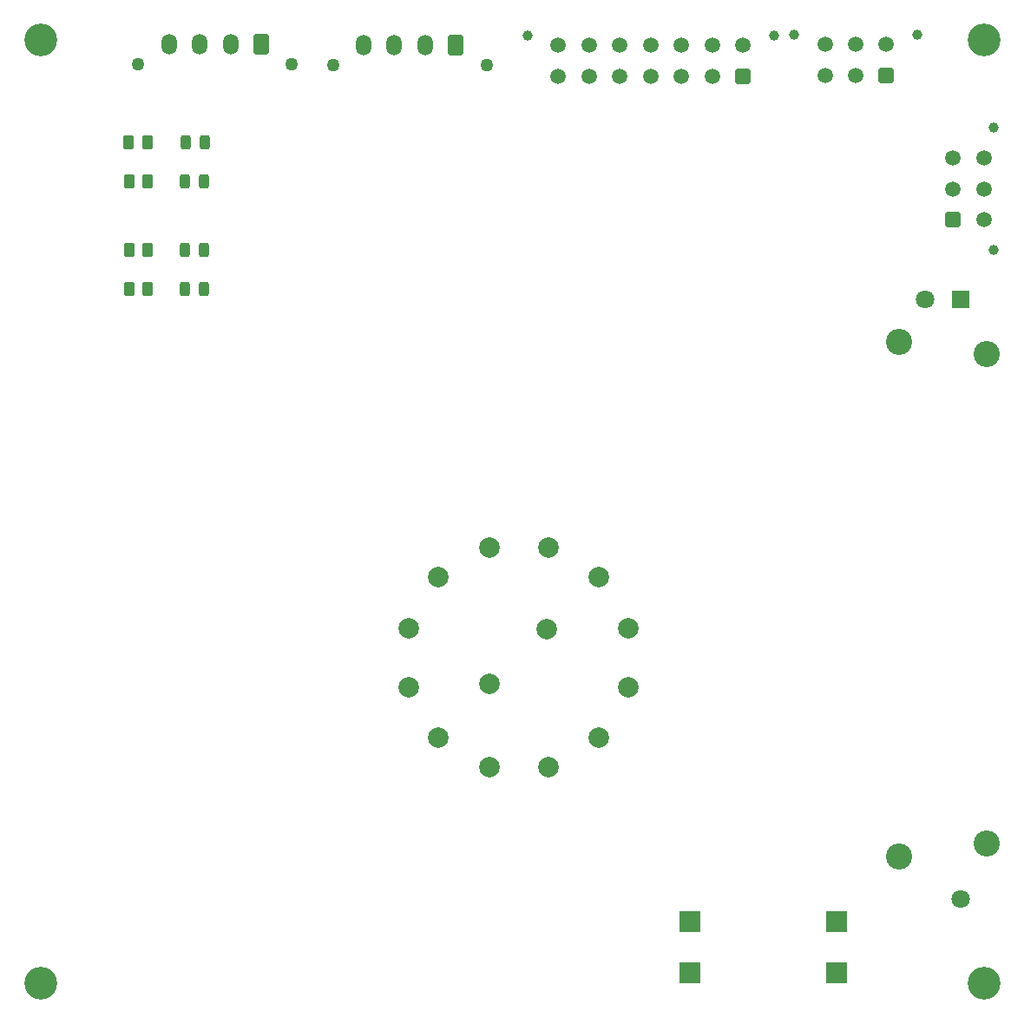
<source format=gbr>
%TF.GenerationSoftware,KiCad,Pcbnew,7.0.5*%
%TF.CreationDate,2023-09-23T15:40:50-05:00*%
%TF.ProjectId,ControlsSim,436f6e74-726f-46c7-9353-696d2e6b6963,rev?*%
%TF.SameCoordinates,Original*%
%TF.FileFunction,Soldermask,Top*%
%TF.FilePolarity,Negative*%
%FSLAX46Y46*%
G04 Gerber Fmt 4.6, Leading zero omitted, Abs format (unit mm)*
G04 Created by KiCad (PCBNEW 7.0.5) date 2023-09-23 15:40:50*
%MOMM*%
%LPD*%
G01*
G04 APERTURE LIST*
G04 Aperture macros list*
%AMRoundRect*
0 Rectangle with rounded corners*
0 $1 Rounding radius*
0 $2 $3 $4 $5 $6 $7 $8 $9 X,Y pos of 4 corners*
0 Add a 4 corners polygon primitive as box body*
4,1,4,$2,$3,$4,$5,$6,$7,$8,$9,$2,$3,0*
0 Add four circle primitives for the rounded corners*
1,1,$1+$1,$2,$3*
1,1,$1+$1,$4,$5*
1,1,$1+$1,$6,$7*
1,1,$1+$1,$8,$9*
0 Add four rect primitives between the rounded corners*
20,1,$1+$1,$2,$3,$4,$5,0*
20,1,$1+$1,$4,$5,$6,$7,0*
20,1,$1+$1,$6,$7,$8,$9,0*
20,1,$1+$1,$8,$9,$2,$3,0*%
G04 Aperture macros list end*
%ADD10C,3.200000*%
%ADD11RoundRect,0.243750X-0.243750X-0.456250X0.243750X-0.456250X0.243750X0.456250X-0.243750X0.456250X0*%
%ADD12RoundRect,0.250000X-0.262500X-0.450000X0.262500X-0.450000X0.262500X0.450000X-0.262500X0.450000X0*%
%ADD13C,1.000000*%
%ADD14RoundRect,0.250001X0.499999X0.499999X-0.499999X0.499999X-0.499999X-0.499999X0.499999X-0.499999X0*%
%ADD15C,1.500000*%
%ADD16C,1.270000*%
%ADD17RoundRect,0.250001X0.499999X0.759999X-0.499999X0.759999X-0.499999X-0.759999X0.499999X-0.759999X0*%
%ADD18O,1.500000X2.020000*%
%ADD19RoundRect,0.250000X0.262500X0.450000X-0.262500X0.450000X-0.262500X-0.450000X0.262500X-0.450000X0*%
%ADD20R,1.800000X1.800000*%
%ADD21C,1.800000*%
%ADD22C,2.550000*%
%ADD23R,2.100000X2.100000*%
%ADD24C,2.006600*%
%ADD25RoundRect,0.250001X0.499999X-0.499999X0.499999X0.499999X-0.499999X0.499999X-0.499999X-0.499999X0*%
G04 APERTURE END LIST*
D10*
%TO.C,H4*%
X104000000Y-54000000D03*
%TD*%
%TO.C,H2*%
X196000000Y-54000000D03*
%TD*%
D11*
%TO.C,D4*%
X118062500Y-67750000D03*
X119937500Y-67750000D03*
%TD*%
D12*
%TO.C,R4*%
X112625500Y-78232000D03*
X114450500Y-78232000D03*
%TD*%
D13*
%TO.C,J7*%
X175500000Y-53560000D03*
X151500000Y-53560000D03*
D14*
X172500000Y-57500000D03*
D15*
X169500000Y-57500000D03*
X166500000Y-57500000D03*
X163500000Y-57500000D03*
X160500000Y-57500000D03*
X157500000Y-57500000D03*
X154500000Y-57500000D03*
X172500000Y-54500000D03*
X169500000Y-54500000D03*
X166500000Y-54500000D03*
X163500000Y-54500000D03*
X160500000Y-54500000D03*
X157500000Y-54500000D03*
X154500000Y-54500000D03*
%TD*%
D16*
%TO.C,J6*%
X147500000Y-56460000D03*
X132500000Y-56460000D03*
D17*
X144500000Y-54500000D03*
D18*
X141500000Y-54500000D03*
X138500000Y-54500000D03*
X135500000Y-54500000D03*
%TD*%
D11*
%TO.C,D2*%
X118062500Y-78250000D03*
X119937500Y-78250000D03*
%TD*%
D19*
%TO.C,R2*%
X114450500Y-74500000D03*
X112625500Y-74500000D03*
%TD*%
D20*
%TO.C,RV1*%
X193750000Y-79250000D03*
D21*
X190250000Y-79250000D03*
X193750000Y-137750000D03*
D22*
X196250000Y-84600000D03*
X187750000Y-83400000D03*
X196250000Y-132400000D03*
X187750000Y-133600000D03*
%TD*%
D11*
%TO.C,D3*%
X118125000Y-64000000D03*
X120000000Y-64000000D03*
%TD*%
%TO.C,D1*%
X118062500Y-74500000D03*
X119937500Y-74500000D03*
%TD*%
D19*
%TO.C,R7*%
X114450500Y-67750000D03*
X112625500Y-67750000D03*
%TD*%
D10*
%TO.C,H3*%
X196000000Y-146000000D03*
%TD*%
D23*
%TO.C,S1*%
X167350000Y-140000000D03*
X181650000Y-140000000D03*
X167350000Y-145000000D03*
X181650000Y-145000000D03*
%TD*%
D13*
%TO.C,J3*%
X189500000Y-53475000D03*
X177500000Y-53475000D03*
D14*
X186500000Y-57415000D03*
D15*
X183500000Y-57415000D03*
X180500000Y-57415000D03*
X186500000Y-54415000D03*
X183500000Y-54415000D03*
X180500000Y-54415000D03*
%TD*%
D24*
%TO.C,SW2*%
X153499999Y-103500000D03*
X158475905Y-106372839D03*
X161348744Y-111348744D03*
X161348744Y-117094423D03*
X158475905Y-122070328D03*
X153499999Y-124943167D03*
X147754321Y-124943167D03*
X142778416Y-122070328D03*
X139905577Y-117094423D03*
X139905577Y-111348744D03*
X142778416Y-106372839D03*
X147754321Y-103500000D03*
X153357158Y-111491586D03*
X147785000Y-116809600D03*
%TD*%
D10*
%TO.C,H1*%
X104000000Y-146000000D03*
%TD*%
D13*
%TO.C,J2*%
X196940000Y-74500000D03*
X196940000Y-62500000D03*
D25*
X193000000Y-71500000D03*
D15*
X193000000Y-68500000D03*
X193000000Y-65500000D03*
X196000000Y-71500000D03*
X196000000Y-68500000D03*
X196000000Y-65500000D03*
%TD*%
D16*
%TO.C,J5*%
X128500000Y-56375000D03*
X113500000Y-56375000D03*
D17*
X125500000Y-54415000D03*
D18*
X122500000Y-54415000D03*
X119500000Y-54415000D03*
X116500000Y-54415000D03*
%TD*%
D19*
%TO.C,R5*%
X114412500Y-64000000D03*
X112587500Y-64000000D03*
%TD*%
M02*

</source>
